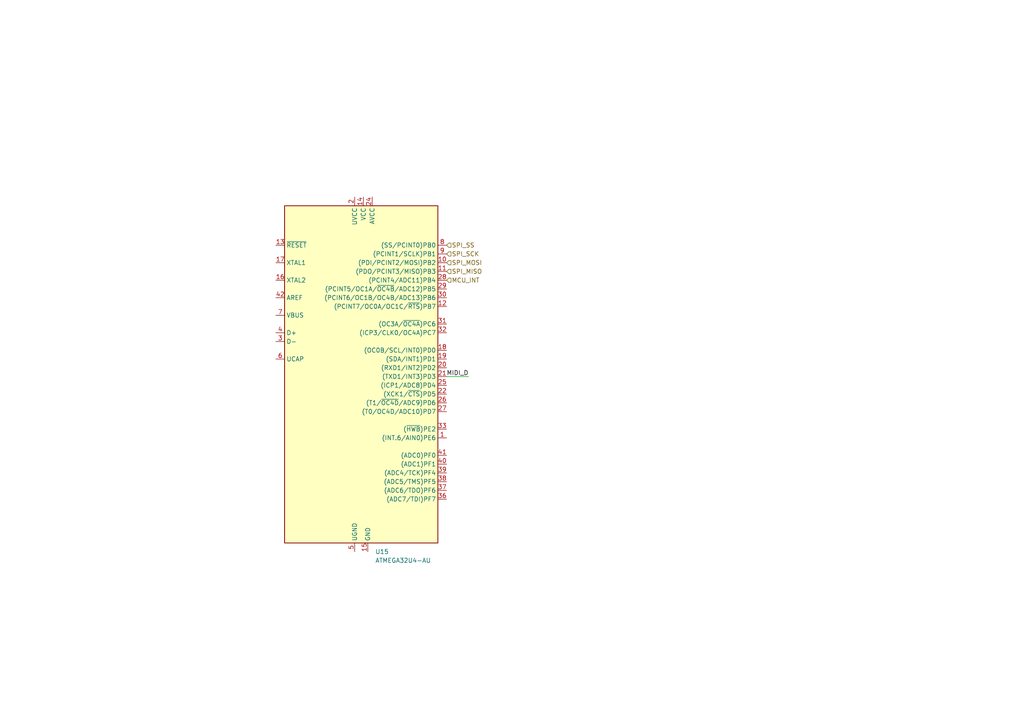
<source format=kicad_sch>
(kicad_sch (version 20250114) (generator "eeschema") (generator_version "9.0")
  (paper "A4")
  (lib_symbols
    (symbol "Symbols:ATMEGA32U4-AU"
      (property "Reference" "U" (at -25.4 35.56 0))
      (property "Value" "ATMEGA32U4-AU" (at 12.7 -53.848 0))
      (symbol "ATMEGA32U4-AU_1_1"
        (rectangle (start -22.86 46.99) (end 21.59 -50.8) (stroke (width 0.254)) (fill (type color) (color 255 255 194 1)))
        (pin input line (at -25.4 35.56 0) (length 2.54) (name "~{RESET}") (number "13"))
        (pin input line (at -25.4 30.48 0) (length 2.54) (name "XTAL1") (number "17"))
        (pin output line (at -25.4 25.4 0) (length 2.54) (name "XTAL2") (number "16"))
        (pin passive line (at -25.4 20.32 0) (length 2.54) (name "AREF") (number "42"))
        (pin input line (at -25.4 15.24 0) (length 2.54) (name "VBUS") (number "7"))
        (pin bidirectional line (at -25.4 10.16 0) (length 2.54) (name "D+") (number "4"))
        (pin bidirectional line (at -25.4 7.62 0) (length 2.54) (name "D-") (number "3"))
        (pin passive line (at -25.4 2.54 0) (length 2.54) (name "UCAP") (number "6"))
        (pin power_in line (at -2.54 49.53 270) (length 2.54) (name "UVCC") (number "2"))
        (pin passive line (at -2.54 -53.34 90) (length 2.54) (name "UGND") (number "5"))
        (pin power_in line (at 0 49.53 270) (length 2.54) (name "VCC") (number "14"))
        (pin passive line (at 0 49.53 270) (length 2.54) (hide yes) (name "VCC") (number "34"))
        (pin power_in line (at 1.27 -53.34 90) (length 2.54) (name "GND") (number "15"))
        (pin power_in line (at 2.54 49.53 270) (length 2.54) (name "AVCC") (number "24"))
        (pin passive line (at 2.54 49.53 270) (length 2.54) (hide yes) (name "AVCC") (number "44"))
        (pin bidirectional line (at 24.13 35.56 180) (length 2.54) (name "(SS/PCINT0)PB0") (number "8"))
        (pin bidirectional line (at 24.13 33.02 180) (length 2.54) (name "(PCINT1/SCLK)PB1") (number "9"))
        (pin bidirectional line (at 24.13 30.48 180) (length 2.54) (name "(PDI/PCINT2/MOSI)PB2") (number "10"))
        (pin bidirectional line (at 24.13 27.94 180) (length 2.54) (name "(PDO/PCINT3/MISO)PB3") (number "11"))
        (pin bidirectional line (at 24.13 25.4 180) (length 2.54) (name "(PCINT4/ADC11)PB4") (number "28"))
        (pin bidirectional line (at 24.13 22.86 180) (length 2.54) (name "(PCINT5/OC1A/~{OC4B}/ADC12)PB5") (number "29"))
        (pin bidirectional line (at 24.13 20.32 180) (length 2.54) (name "(PCINT6/OC1B/OC4B/ADC13)PB6") (number "30"))
        (pin bidirectional line (at 24.13 17.78 180) (length 2.54) (name "(PCINT7/OC0A/OC1C/~{RTS})PB7") (number "12"))
        (pin bidirectional line (at 24.13 12.7 180) (length 2.54) (name "(OC3A/~{OC4A})PC6") (number "31"))
        (pin bidirectional line (at 24.13 10.16 180) (length 2.54) (name "(ICP3/CLK0/OC4A)PC7") (number "32"))
        (pin bidirectional line (at 24.13 5.08 180) (length 2.54) (name "(OC0B/SCL/INT0)PD0") (number "18"))
        (pin bidirectional line (at 24.13 2.54 180) (length 2.54) (name "(SDA/INT1)PD1") (number "19"))
        (pin bidirectional line (at 24.13 0 180) (length 2.54) (name "(RXD1/INT2)PD2") (number "20"))
        (pin bidirectional line (at 24.13 -2.54 180) (length 2.54) (name "(TXD1/INT3)PD3") (number "21"))
        (pin bidirectional line (at 24.13 -5.08 180) (length 2.54) (name "(ICP1/ADC8)PD4") (number "25"))
        (pin bidirectional line (at 24.13 -7.62 180) (length 2.54) (name "(XCK1/~{CTS})PD5") (number "22"))
        (pin bidirectional line (at 24.13 -10.16 180) (length 2.54) (name "(T1/~{OC4D}/ADC9)PD6") (number "26"))
        (pin bidirectional line (at 24.13 -12.7 180) (length 2.54) (name "(T0/OC4D/ADC10)PD7") (number "27"))
        (pin bidirectional line (at 24.13 -17.78 180) (length 2.54) (name "(~{HWB})PE2") (number "33"))
        (pin bidirectional line (at 24.13 -20.32 180) (length 2.54) (name "(INT.6/AIN0)PE6") (number "1"))
        (pin bidirectional line (at 24.13 -25.4 180) (length 2.54) (name "(ADC0)PF0") (number "41"))
        (pin bidirectional line (at 24.13 -27.94 180) (length 2.54) (name "(ADC1)PF1") (number "40"))
        (pin bidirectional line (at 24.13 -30.48 180) (length 2.54) (name "(ADC4/TCK)PF4") (number "39"))
        (pin bidirectional line (at 24.13 -33.02 180) (length 2.54) (name "(ADC5/TMS)PF5") (number "38"))
        (pin bidirectional line (at 24.13 -35.56 180) (length 2.54) (name "(ADC6/TDO)PF6") (number "37"))
        (pin bidirectional line (at 24.13 -38.1 180) (length 2.54) (name "(ADC7/TDI)PF7") (number "36"))
      )
    )
  )
  (wire (pts (xy 129.54 109.22) (xy 135.89 109.22)))
  (label "MIDI_D" (at 135.89 109.22 180))
  (hierarchical_label "SPI_MOSI" (shape input) (at 129.54 76.2 0))
  (hierarchical_label "SPI_MISO" (shape input) (at 129.54 78.74 0))
  (hierarchical_label "SPI_SCK" (shape input) (at 129.54 73.66 0))
  (hierarchical_label "SPI_SS" (shape input) (at 129.54 71.12 0))
  (hierarchical_label "MCU_INT" (shape input) (at 129.54 81.28 0))
  (symbol (lib_id "Symbols:ATMEGA32U4-AU") (at 105.41 106.68 0) (unit 1)
    (property "Reference" "U15" (at 108.8233 160.02 0) (effects (justify left)))
    (property "Value" "ATMEGA32U4-AU" (at 108.8233 162.56 0) (effects (justify left)))
    (property "Footprint" "Footprints:ATMEGA32U4-AU" (effects (hide yes)))
  )
)
</source>
